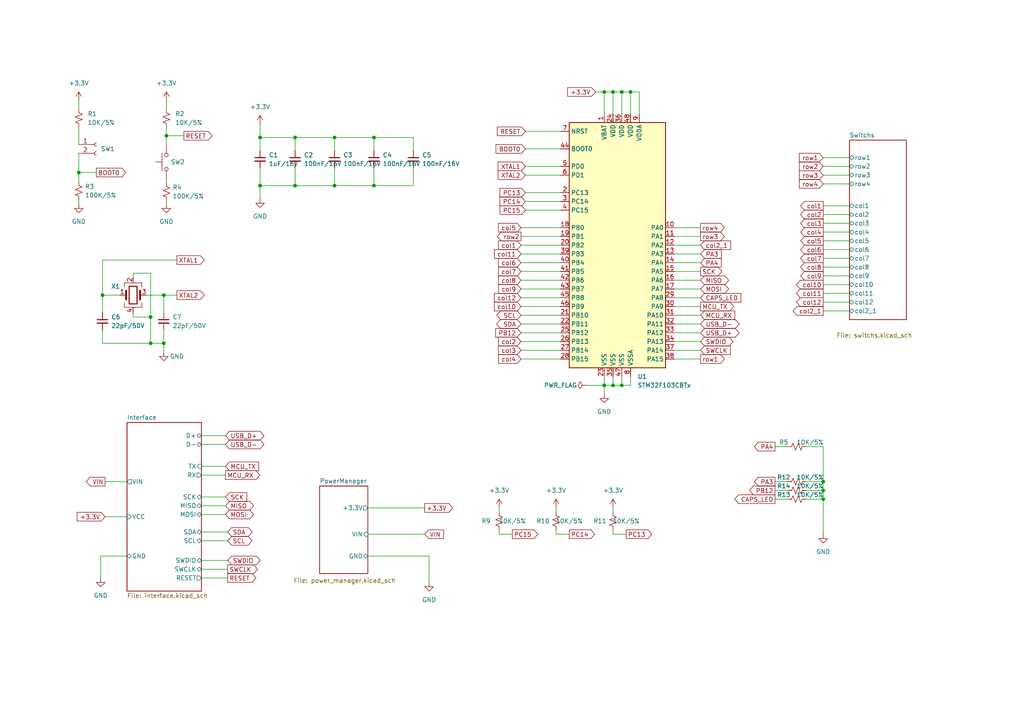
<source format=kicad_sch>
(kicad_sch (version 20230121) (generator eeschema)
  (paper "A4")
  (lib_symbols
    (symbol "Connector:Conn_01x02_Female" (pin_names (offset 1.016) hide)
      (property "Reference" "J" (at 0 2.54 0))
      (property "Value" "Conn_01x02_Female" (at 0 -5.08 0))
      (symbol "Conn_01x02_Female_1_1"
        (arc (start 0 -2.032) (mid -0.5058 -2.54) (end 0 -3.048) (stroke (width 0.1524)))
        (polyline (pts (xy -1.27 -2.54) (xy -0.508 -2.54)) (stroke (width 0.1524)))
        (polyline (pts (xy -1.27 0) (xy -0.508 0)) (stroke (width 0.1524)))
        (arc (start 0 0.508) (mid -0.5058 0) (end 0 -0.508) (stroke (width 0.1524)))
        (pin passive line (at -5.08 0 0) (length 3.81) (name "Pin_1") (number "1"))
        (pin passive line (at -5.08 -2.54 0) (length 3.81) (name "Pin_2") (number "2"))
      )
    )
    (symbol "Device:C_Small" (pin_numbers hide) (pin_names (offset 0.254) hide)
      (property "Reference" "C" (at 0.254 1.778 0))
      (property "Value" "C_Small" (at 0.254 -2.032 0))
      (symbol "C_Small_0_1"
        (polyline (pts (xy -1.524 -0.508) (xy 1.524 -0.508)) (stroke (width 0.3302)))
        (polyline (pts (xy -1.524 0.508) (xy 1.524 0.508)) (stroke (width 0.3048)))
      )
      (symbol "C_Small_1_1"
        (pin passive line (at 0 2.54 270) (length 2.032) (name "~") (number "1"))
        (pin passive line (at 0 -2.54 90) (length 2.032) (name "~") (number "2"))
      )
    )
    (symbol "Device:Crystal_GND24" (pin_names (offset 1.016) hide)
      (property "Reference" "Y" (at 3.175 5.08 0))
      (property "Value" "Crystal_GND24" (at 3.175 3.175 0))
      (symbol "Crystal_GND24_0_1"
        (rectangle (start -1.143 2.54) (end 1.143 -2.54) (stroke (width 0.3048)))
        (polyline (pts (xy -2.54 0) (xy -2.032 0)))
        (polyline (pts (xy -2.032 -1.27) (xy -2.032 1.27)) (stroke (width 0.508)))
        (polyline (pts (xy 0 -3.81) (xy 0 -3.556)))
        (polyline (pts (xy 0 3.556) (xy 0 3.81)))
        (polyline (pts (xy 2.032 -1.27) (xy 2.032 1.27)) (stroke (width 0.508)))
        (polyline (pts (xy 2.032 0) (xy 2.54 0)))
        (polyline (pts (xy -2.54 -2.286) (xy -2.54 -3.556) (xy 2.54 -3.556) (xy 2.54 -2.286)))
        (polyline (pts (xy -2.54 2.286) (xy -2.54 3.556) (xy 2.54 3.556) (xy 2.54 2.286)))
      )
      (symbol "Crystal_GND24_1_1"
        (pin passive line (at -3.81 0 0) (length 1.27) (name "1") (number "1"))
        (pin passive line (at 0 5.08 270) (length 1.27) (name "2") (number "2"))
        (pin passive line (at 3.81 0 180) (length 1.27) (name "3") (number "3"))
        (pin passive line (at 0 -5.08 90) (length 1.27) (name "4") (number "4"))
      )
    )
    (symbol "Device:R_Small_US" (pin_numbers hide) (pin_names (offset 0.254) hide)
      (property "Reference" "R" (at 0.762 0.508 0))
      (property "Value" "R_Small_US" (at 0.762 -1.016 0))
      (symbol "R_Small_US_1_1"
        (polyline (pts (xy 0 0) (xy 1.016 -0.381) (xy 0 -0.762) (xy -1.016 -1.143) (xy 0 -1.524)))
        (polyline (pts (xy 0 1.524) (xy 1.016 1.143) (xy 0 0.762) (xy -1.016 0.381) (xy 0 0)))
        (pin passive line (at 0 2.54 270) (length 1.016) (name "~") (number "1"))
        (pin passive line (at 0 -2.54 90) (length 1.016) (name "~") (number "2"))
      )
    )
    (symbol "MCU_ST_STM32F1:STM32F103CBTx"
      (property "Reference" "U" (at -15.24 36.83 0))
      (property "Value" "STM32F103CBTx" (at 7.62 36.83 0))
      (symbol "STM32F103CBTx_0_1"
        (rectangle (start -15.24 -35.56) (end 12.7 35.56) (stroke (width 0.254)) (fill (type background)))
      )
      (symbol "STM32F103CBTx_1_1"
        (pin power_in line (at -5.08 38.1 270) (length 2.54) (name "VBAT") (number "1"))
        (pin bidirectional line (at 15.24 5.08 180) (length 2.54) (name "PA0") (number "10"))
        (pin bidirectional line (at 15.24 2.54 180) (length 2.54) (name "PA1") (number "11"))
        (pin bidirectional line (at 15.24 0 180) (length 2.54) (name "PA2") (number "12"))
        (pin bidirectional line (at 15.24 -2.54 180) (length 2.54) (name "PA3") (number "13"))
        (pin bidirectional line (at 15.24 -5.08 180) (length 2.54) (name "PA4") (number "14"))
        (pin bidirectional line (at 15.24 -7.62 180) (length 2.54) (name "PA5") (number "15"))
        (pin bidirectional line (at 15.24 -10.16 180) (length 2.54) (name "PA6") (number "16"))
        (pin bidirectional line (at 15.24 -12.7 180) (length 2.54) (name "PA7") (number "17"))
        (pin bidirectional line (at -17.78 5.08 0) (length 2.54) (name "PB0") (number "18"))
        (pin bidirectional line (at -17.78 2.54 0) (length 2.54) (name "PB1") (number "19"))
        (pin bidirectional line (at -17.78 15.24 0) (length 2.54) (name "PC13") (number "2"))
        (pin bidirectional line (at -17.78 0 0) (length 2.54) (name "PB2") (number "20"))
        (pin bidirectional line (at -17.78 -20.32 0) (length 2.54) (name "PB10") (number "21"))
        (pin bidirectional line (at -17.78 -22.86 0) (length 2.54) (name "PB11") (number "22"))
        (pin power_in line (at -5.08 -38.1 90) (length 2.54) (name "VSS") (number "23"))
        (pin power_in line (at -2.54 38.1 270) (length 2.54) (name "VDD") (number "24"))
        (pin bidirectional line (at -17.78 -25.4 0) (length 2.54) (name "PB12") (number "25"))
        (pin bidirectional line (at -17.78 -27.94 0) (length 2.54) (name "PB13") (number "26"))
        (pin bidirectional line (at -17.78 -30.48 0) (length 2.54) (name "PB14") (number "27"))
        (pin bidirectional line (at -17.78 -33.02 0) (length 2.54) (name "PB15") (number "28"))
        (pin bidirectional line (at 15.24 -15.24 180) (length 2.54) (name "PA8") (number "29"))
        (pin bidirectional line (at -17.78 12.7 0) (length 2.54) (name "PC14") (number "3"))
        (pin bidirectional line (at 15.24 -17.78 180) (length 2.54) (name "PA9") (number "30"))
        (pin bidirectional line (at 15.24 -20.32 180) (length 2.54) (name "PA10") (number "31"))
        (pin bidirectional line (at 15.24 -22.86 180) (length 2.54) (name "PA11") (number "32"))
        (pin bidirectional line (at 15.24 -25.4 180) (length 2.54) (name "PA12") (number "33"))
        (pin bidirectional line (at 15.24 -27.94 180) (length 2.54) (name "PA13") (number "34"))
        (pin power_in line (at -2.54 -38.1 90) (length 2.54) (name "VSS") (number "35"))
        (pin power_in line (at 0 38.1 270) (length 2.54) (name "VDD") (number "36"))
        (pin bidirectional line (at 15.24 -30.48 180) (length 2.54) (name "PA14") (number "37"))
        (pin bidirectional line (at 15.24 -33.02 180) (length 2.54) (name "PA15") (number "38"))
        (pin bidirectional line (at -17.78 -2.54 0) (length 2.54) (name "PB3") (number "39"))
        (pin bidirectional line (at -17.78 10.16 0) (length 2.54) (name "PC15") (number "4"))
        (pin bidirectional line (at -17.78 -5.08 0) (length 2.54) (name "PB4") (number "40"))
        (pin bidirectional line (at -17.78 -7.62 0) (length 2.54) (name "PB5") (number "41"))
        (pin bidirectional line (at -17.78 -10.16 0) (length 2.54) (name "PB6") (number "42"))
        (pin bidirectional line (at -17.78 -12.7 0) (length 2.54) (name "PB7") (number "43"))
        (pin input line (at -17.78 27.94 0) (length 2.54) (name "BOOT0") (number "44"))
        (pin bidirectional line (at -17.78 -15.24 0) (length 2.54) (name "PB8") (number "45"))
        (pin bidirectional line (at -17.78 -17.78 0) (length 2.54) (name "PB9") (number "46"))
        (pin power_in line (at 0 -38.1 90) (length 2.54) (name "VSS") (number "47"))
        (pin power_in line (at 2.54 38.1 270) (length 2.54) (name "VDD") (number "48"))
        (pin input line (at -17.78 22.86 0) (length 2.54) (name "PD0") (number "5"))
        (pin input line (at -17.78 20.32 0) (length 2.54) (name "PD1") (number "6"))
        (pin input line (at -17.78 33.02 0) (length 2.54) (name "NRST") (number "7"))
        (pin power_in line (at 2.54 -38.1 90) (length 2.54) (name "VSSA") (number "8"))
        (pin power_in line (at 5.08 38.1 270) (length 2.54) (name "VDDA") (number "9"))
      )
    )
    (symbol "Switch:SW_Push" (pin_numbers hide) (pin_names (offset 1.016) hide)
      (property "Reference" "SW" (at 1.27 2.54 0))
      (property "Value" "SW_Push" (at 0 -1.524 0))
      (symbol "SW_Push_0_1"
        (circle (center -2.032 0) (radius 0.508))
        (polyline (pts (xy 0 1.27) (xy 0 3.048)))
        (polyline (pts (xy 2.54 1.27) (xy -2.54 1.27)))
        (circle (center 2.032 0) (radius 0.508))
        (pin passive line (at -5.08 0 0) (length 2.54) (name "1") (number "1"))
        (pin passive line (at 5.08 0 180) (length 2.54) (name "2") (number "2"))
      )
    )
    (symbol "power:+3.3V" (power) (pin_names (offset 0))
      (property "Value" "+3.3V" (at 0 3.556 0))
      (symbol "+3.3V_0_1"
        (polyline (pts (xy -0.762 1.27) (xy 0 2.54)))
        (polyline (pts (xy 0 0) (xy 0 2.54)))
        (polyline (pts (xy 0 2.54) (xy 0.762 1.27)))
      )
      (symbol "+3.3V_1_1"
        (pin power_in line (at 0 0 90) (length 0) hide (name "+3.3V") (number "1"))
      )
    )
    (symbol "power:GND" (power) (pin_names (offset 0))
      (property "Value" "GND" (at 0 -3.81 0))
      (symbol "GND_0_1"
        (polyline (pts (xy 0 0) (xy 0 -1.27) (xy 1.27 -1.27) (xy 0 -2.54) (xy -1.27 -1.27) (xy 0 -1.27)))
      )
      (symbol "GND_1_1"
        (pin power_in line (at 0 0 270) (length 0) hide (name "GND") (number "1"))
      )
    )
    (symbol "power:PWR_FLAG" (power) (pin_numbers hide) (pin_names (offset 0) hide)
      (property "Value" "PWR_FLAG" (at 0 3.81 0))
      (symbol "PWR_FLAG_0_0"
        (pin power_out line (at 0 0 90) (length 0) (name "pwr") (number "1"))
      )
      (symbol "PWR_FLAG_0_1"
        (polyline (pts (xy 0 0) (xy 0 1.27) (xy -1.016 1.905) (xy 0 2.54) (xy 1.016 1.905) (xy 0 1.27)))
      )
    )
  )
  (junction (at 75.438 53.848))
  (junction (at 97.028 53.848))
  (junction (at 48.26 39.37))
  (junction (at 97.028 39.878))
  (junction (at 238.76 142.24))
  (junction (at 29.718 85.598))
  (junction (at 85.598 39.878))
  (junction (at 177.8 26.67))
  (junction (at 238.76 144.78))
  (junction (at 85.598 53.848))
  (junction (at 75.438 39.878))
  (junction (at 47.498 99.568))
  (junction (at 43.688 99.568))
  (junction (at 238.76 139.7))
  (junction (at 43.688 91.948))
  (junction (at 180.34 26.67))
  (junction (at 108.458 39.878))
  (junction (at 180.34 111.76))
  (junction (at 182.88 26.67))
  (junction (at 22.86 50.038))
  (junction (at 175.26 111.76))
  (junction (at 177.8 111.76))
  (junction (at 47.498 85.598))
  (junction (at 175.26 26.67))
  (junction (at 108.458 53.848))
  (wire (pts (xy 58.42 167.64) (xy 66.04 167.64)))
  (wire (pts (xy 144.78 154.94) (xy 148.59 154.94)))
  (wire (pts (xy 85.598 53.848) (xy 75.438 53.848)))
  (wire (pts (xy 224.79 144.78) (xy 228.6 144.78)))
  (wire (pts (xy 42.418 85.598) (xy 47.498 85.598)))
  (wire (pts (xy 151.13 71.12) (xy 162.56 71.12)))
  (wire (pts (xy 108.458 53.848) (xy 97.028 53.848)))
  (wire (pts (xy 85.598 48.768) (xy 85.598 53.848)))
  (wire (pts (xy 29.718 75.438) (xy 29.718 85.598)))
  (wire (pts (xy 238.76 50.8) (xy 246.38 50.8)))
  (wire (pts (xy 144.78 153.67) (xy 144.78 154.94)))
  (wire (pts (xy 85.598 39.878) (xy 97.028 39.878)))
  (wire (pts (xy 161.29 147.32) (xy 161.29 148.59)))
  (wire (pts (xy 177.8 26.67) (xy 177.8 33.02)))
  (wire (pts (xy 233.68 129.54) (xy 238.76 129.54)))
  (wire (pts (xy 177.8 109.22) (xy 177.8 111.76)))
  (wire (pts (xy 224.79 139.7) (xy 228.6 139.7)))
  (wire (pts (xy 151.13 68.58) (xy 162.56 68.58)))
  (wire (pts (xy 58.42 128.905) (xy 65.405 128.905)))
  (wire (pts (xy 182.88 109.22) (xy 182.88 111.76)))
  (wire (pts (xy 151.13 104.14) (xy 162.56 104.14)))
  (wire (pts (xy 238.76 59.69) (xy 246.38 59.69)))
  (wire (pts (xy 151.13 81.28) (xy 162.56 81.28)))
  (wire (pts (xy 22.86 36.83) (xy 22.86 41.91)))
  (wire (pts (xy 152.4 48.26) (xy 162.56 48.26)))
  (wire (pts (xy 58.42 144.145) (xy 65.405 144.145)))
  (wire (pts (xy 195.58 68.58) (xy 203.2 68.58)))
  (wire (pts (xy 233.68 144.78) (xy 238.76 144.78)))
  (wire (pts (xy 195.58 83.82) (xy 203.2 83.82)))
  (wire (pts (xy 175.26 33.02) (xy 175.26 26.67)))
  (wire (pts (xy 233.68 142.24) (xy 238.76 142.24)))
  (wire (pts (xy 195.58 101.6) (xy 203.2 101.6)))
  (wire (pts (xy 58.42 137.795) (xy 65.405 137.795)))
  (wire (pts (xy 238.76 67.31) (xy 246.38 67.31)))
  (wire (pts (xy 58.42 162.56) (xy 66.04 162.56)))
  (wire (pts (xy 119.888 48.768) (xy 119.888 53.848)))
  (wire (pts (xy 224.79 142.24) (xy 228.6 142.24)))
  (wire (pts (xy 238.76 69.85) (xy 246.38 69.85)))
  (wire (pts (xy 238.76 48.26) (xy 246.38 48.26)))
  (wire (pts (xy 151.13 86.36) (xy 162.56 86.36)))
  (wire (pts (xy 238.76 90.17) (xy 246.38 90.17)))
  (wire (pts (xy 195.58 71.12) (xy 203.2 71.12)))
  (wire (pts (xy 238.76 77.47) (xy 246.38 77.47)))
  (wire (pts (xy 38.608 91.948) (xy 43.688 91.948)))
  (wire (pts (xy 151.13 101.6) (xy 162.56 101.6)))
  (wire (pts (xy 177.8 154.94) (xy 181.61 154.94)))
  (wire (pts (xy 75.438 39.878) (xy 85.598 39.878)))
  (wire (pts (xy 48.26 39.37) (xy 53.34 39.37)))
  (wire (pts (xy 177.8 111.76) (xy 180.34 111.76)))
  (wire (pts (xy 36.83 161.29) (xy 29.21 161.29)))
  (wire (pts (xy 224.79 129.54) (xy 228.6 129.54)))
  (wire (pts (xy 97.028 48.768) (xy 97.028 53.848)))
  (wire (pts (xy 195.58 99.06) (xy 203.2 99.06)))
  (wire (pts (xy 238.76 72.39) (xy 246.38 72.39)))
  (wire (pts (xy 161.29 153.67) (xy 161.29 154.94)))
  (wire (pts (xy 195.58 86.36) (xy 203.2 86.36)))
  (wire (pts (xy 152.4 43.18) (xy 162.56 43.18)))
  (wire (pts (xy 238.76 62.23) (xy 246.38 62.23)))
  (wire (pts (xy 151.13 99.06) (xy 162.56 99.06)))
  (wire (pts (xy 238.76 144.78) (xy 238.76 154.94)))
  (wire (pts (xy 161.29 154.94) (xy 165.1 154.94)))
  (wire (pts (xy 151.13 78.74) (xy 162.56 78.74)))
  (wire (pts (xy 75.438 53.848) (xy 75.438 57.658)))
  (wire (pts (xy 58.42 149.225) (xy 65.405 149.225)))
  (wire (pts (xy 195.58 73.66) (xy 203.2 73.66)))
  (wire (pts (xy 151.13 88.9) (xy 162.56 88.9)))
  (wire (pts (xy 195.58 88.9) (xy 203.2 88.9)))
  (wire (pts (xy 97.028 53.848) (xy 85.598 53.848)))
  (wire (pts (xy 106.68 154.94) (xy 123.19 154.94)))
  (wire (pts (xy 22.86 44.45) (xy 22.86 50.038)))
  (wire (pts (xy 108.458 39.878) (xy 119.888 39.878)))
  (wire (pts (xy 152.4 60.96) (xy 162.56 60.96)))
  (wire (pts (xy 195.58 66.04) (xy 203.2 66.04)))
  (wire (pts (xy 152.4 38.1) (xy 162.56 38.1)))
  (wire (pts (xy 238.76 142.24) (xy 238.76 144.78)))
  (wire (pts (xy 38.608 91.948) (xy 38.608 90.678)))
  (wire (pts (xy 185.42 26.67) (xy 185.42 33.02)))
  (wire (pts (xy 238.76 129.54) (xy 238.76 139.7)))
  (wire (pts (xy 58.42 146.685) (xy 65.405 146.685)))
  (wire (pts (xy 108.458 48.768) (xy 108.458 53.848)))
  (wire (pts (xy 238.76 139.7) (xy 238.76 142.24)))
  (wire (pts (xy 106.68 161.29) (xy 124.46 161.29)))
  (wire (pts (xy 29.718 99.568) (xy 43.688 99.568)))
  (wire (pts (xy 195.58 76.2) (xy 203.2 76.2)))
  (wire (pts (xy 152.4 55.88) (xy 162.56 55.88)))
  (wire (pts (xy 172.72 26.67) (xy 175.26 26.67)))
  (wire (pts (xy 48.26 52.07) (xy 48.26 53.086)))
  (wire (pts (xy 182.88 26.67) (xy 182.88 33.02)))
  (wire (pts (xy 48.26 39.37) (xy 48.26 41.91)))
  (wire (pts (xy 124.46 161.29) (xy 124.46 168.91)))
  (wire (pts (xy 29.718 95.758) (xy 29.718 99.568)))
  (wire (pts (xy 151.13 96.52) (xy 162.56 96.52)))
  (wire (pts (xy 152.4 50.8) (xy 162.56 50.8)))
  (wire (pts (xy 47.498 95.758) (xy 47.498 99.568)))
  (wire (pts (xy 195.58 91.44) (xy 203.2 91.44)))
  (wire (pts (xy 144.78 147.32) (xy 144.78 148.59)))
  (wire (pts (xy 195.58 104.14) (xy 203.2 104.14)))
  (wire (pts (xy 151.13 83.82) (xy 162.56 83.82)))
  (wire (pts (xy 22.86 50.038) (xy 22.86 52.832)))
  (wire (pts (xy 22.86 29.21) (xy 22.86 31.75)))
  (wire (pts (xy 75.438 39.878) (xy 75.438 43.688)))
  (wire (pts (xy 119.888 53.848) (xy 108.458 53.848)))
  (wire (pts (xy 152.4 58.42) (xy 162.56 58.42)))
  (wire (pts (xy 48.26 29.21) (xy 48.26 31.75)))
  (wire (pts (xy 75.438 36.068) (xy 75.438 39.878)))
  (wire (pts (xy 177.8 147.32) (xy 177.8 148.59)))
  (wire (pts (xy 151.13 73.66) (xy 162.56 73.66)))
  (wire (pts (xy 195.58 93.98) (xy 203.2 93.98)))
  (wire (pts (xy 97.028 39.878) (xy 97.028 43.688)))
  (wire (pts (xy 58.42 126.365) (xy 65.405 126.365)))
  (wire (pts (xy 51.308 75.438) (xy 29.718 75.438)))
  (wire (pts (xy 30.48 139.7) (xy 36.83 139.7)))
  (wire (pts (xy 47.498 85.598) (xy 47.498 90.678)))
  (wire (pts (xy 151.13 91.44) (xy 162.56 91.44)))
  (wire (pts (xy 22.86 57.912) (xy 22.86 59.182)))
  (wire (pts (xy 238.76 82.55) (xy 246.38 82.55)))
  (wire (pts (xy 175.26 26.67) (xy 177.8 26.67)))
  (wire (pts (xy 170.18 111.76) (xy 175.26 111.76)))
  (wire (pts (xy 85.598 39.878) (xy 85.598 43.688)))
  (wire (pts (xy 106.68 147.32) (xy 123.19 147.32)))
  (wire (pts (xy 175.26 111.76) (xy 175.26 114.3)))
  (wire (pts (xy 195.58 81.28) (xy 203.2 81.28)))
  (wire (pts (xy 238.76 53.34) (xy 246.38 53.34)))
  (wire (pts (xy 175.26 109.22) (xy 175.26 111.76)))
  (wire (pts (xy 238.76 74.93) (xy 246.38 74.93)))
  (wire (pts (xy 75.438 48.768) (xy 75.438 53.848)))
  (wire (pts (xy 238.76 85.09) (xy 246.38 85.09)))
  (wire (pts (xy 238.76 45.72) (xy 246.38 45.72)))
  (wire (pts (xy 58.42 154.305) (xy 66.04 154.305)))
  (wire (pts (xy 195.58 96.52) (xy 203.2 96.52)))
  (wire (pts (xy 151.13 76.2) (xy 162.56 76.2)))
  (wire (pts (xy 43.688 99.568) (xy 47.498 99.568)))
  (wire (pts (xy 43.688 91.948) (xy 43.688 99.568)))
  (wire (pts (xy 119.888 39.878) (xy 119.888 43.688)))
  (wire (pts (xy 30.48 149.86) (xy 36.83 149.86)))
  (wire (pts (xy 58.42 156.845) (xy 66.04 156.845)))
  (wire (pts (xy 182.88 26.67) (xy 185.42 26.67)))
  (wire (pts (xy 180.34 26.67) (xy 182.88 26.67)))
  (wire (pts (xy 97.028 39.878) (xy 108.458 39.878)))
  (wire (pts (xy 238.76 64.77) (xy 246.38 64.77)))
  (wire (pts (xy 38.608 79.248) (xy 43.688 79.248)))
  (wire (pts (xy 238.76 87.63) (xy 246.38 87.63)))
  (wire (pts (xy 47.498 99.568) (xy 47.498 102.108)))
  (wire (pts (xy 151.13 93.98) (xy 162.56 93.98)))
  (wire (pts (xy 180.34 109.22) (xy 180.34 111.76)))
  (wire (pts (xy 238.76 80.01) (xy 246.38 80.01)))
  (wire (pts (xy 48.26 36.83) (xy 48.26 39.37)))
  (wire (pts (xy 180.34 26.67) (xy 180.34 33.02)))
  (wire (pts (xy 58.42 165.1) (xy 66.04 165.1)))
  (wire (pts (xy 195.58 78.74) (xy 203.2 78.74)))
  (wire (pts (xy 29.21 161.29) (xy 29.21 167.64)))
  (wire (pts (xy 177.8 26.67) (xy 180.34 26.67)))
  (wire (pts (xy 58.42 135.255) (xy 65.405 135.255)))
  (wire (pts (xy 48.26 58.166) (xy 48.26 59.182)))
  (wire (pts (xy 151.13 66.04) (xy 162.56 66.04)))
  (wire (pts (xy 47.498 85.598) (xy 51.308 85.598)))
  (wire (pts (xy 177.8 153.67) (xy 177.8 154.94)))
  (wire (pts (xy 22.86 50.038) (xy 27.94 50.038)))
  (wire (pts (xy 177.8 111.76) (xy 175.26 111.76)))
  (wire (pts (xy 108.458 39.878) (xy 108.458 43.688)))
  (wire (pts (xy 38.608 80.518) (xy 38.608 79.248)))
  (wire (pts (xy 43.688 79.248) (xy 43.688 91.948)))
  (wire (pts (xy 34.798 85.598) (xy 29.718 85.598)))
  (wire (pts (xy 233.68 139.7) (xy 238.76 139.7)))
  (wire (pts (xy 180.34 111.76) (xy 182.88 111.76)))
  (wire (pts (xy 29.718 85.598) (xy 29.718 90.678)))
  (global_label "PB12" (shape input) (at 151.13 96.52 180) (property "Intersheetrefs" "${INTERSHEET_REFS}" (effects hide)) (property "插入圖紙頁參考" "${INTERSHEET_REFS}" (effects hide)))
  (global_label "col6" (shape output) (at 238.76 72.39 180) (property "Intersheetrefs" "${INTERSHEET_REFS}" (effects hide)) (property "插入圖紙頁參考" "${INTERSHEET_REFS}" (effects hide)))
  (global_label "col3" (shape input) (at 151.13 101.6 180) (property "Intersheetrefs" "${INTERSHEET_REFS}" (effects hide)) (property "插入圖紙頁參考" "${INTERSHEET_REFS}" (effects hide)))
  (global_label "col9" (shape input) (at 151.13 83.82 180) (property "Intersheetrefs" "${INTERSHEET_REFS}" (effects hide)) (property "插入圖紙頁參考" "${INTERSHEET_REFS}" (effects hide)))
  (global_label "col4" (shape input) (at 151.13 104.14 180) (property "Intersheetrefs" "${INTERSHEET_REFS}" (effects hide)) (property "插入圖紙頁參考" "${INTERSHEET_REFS}" (effects hide)))
  (global_label "col8" (shape input) (at 151.13 81.28 180) (property "Intersheetrefs" "${INTERSHEET_REFS}" (effects hide)) (property "插入圖紙頁參考" "${INTERSHEET_REFS}" (effects hide)))
  (global_label "col2_1" (shape output) (at 238.76 90.17 180) (property "Intersheetrefs" "${INTERSHEET_REFS}" (effects hide)) (property "插入圖紙頁參考" "${INTERSHEET_REFS}" (effects hide)))
  (global_label "RESET" (shape input) (at 152.4 38.1 180) (property "Intersheetrefs" "${INTERSHEET_REFS}" (effects hide)) (property "插入圖紙頁參考" "${INTERSHEET_REFS}" (effects hide)))
  (global_label "col1" (shape input) (at 151.13 71.12 180) (property "Intersheetrefs" "${INTERSHEET_REFS}" (effects hide)) (property "插入圖紙頁參考" "${INTERSHEET_REFS}" (effects hide)))
  (global_label "row3" (shape output) (at 203.2 68.58 0) (property "Intersheetrefs" "${INTERSHEET_REFS}" (effects hide)) (property "插入圖紙頁參考" "${INTERSHEET_REFS}" (effects hide)))
  (global_label "col9" (shape output) (at 238.76 80.01 180) (property "Intersheetrefs" "${INTERSHEET_REFS}" (effects hide)) (property "插入圖紙頁參考" "${INTERSHEET_REFS}" (effects hide)))
  (global_label "USB_D-" (shape bidirectional) (at 65.405 128.905 0) (property "Intersheetrefs" "${INTERSHEET_REFS}" (effects hide)) (property "插入圖紙頁參考" "${INTERSHEET_REFS}" (effects hide)))
  (global_label "col2" (shape input) (at 151.13 99.06 180) (property "Intersheetrefs" "${INTERSHEET_REFS}" (effects hide)) (property "插入圖紙頁參考" "${INTERSHEET_REFS}" (effects hide)))
  (global_label "+3.3V" (shape input) (at 172.72 26.67 180) (property "Intersheetrefs" "${INTERSHEET_REFS}" (effects hide)) (property "插入圖紙頁參考" "${INTERSHEET_REFS}" (effects hide)))
  (global_label "+3.3V" (shape input) (at 30.48 149.86 180) (property "Intersheetrefs" "${INTERSHEET_REFS}" (effects hide)) (property "插入圖紙頁參考" "${INTERSHEET_REFS}" (effects hide)))
  (global_label "SDA" (shape bidirectional) (at 151.13 93.98 180) (property "Intersheetrefs" "${INTERSHEET_REFS}" (effects hide)) (property "插入圖紙頁參考" "${INTERSHEET_REFS}" (effects hide)))
  (global_label "XTAL1" (shape output) (at 51.308 75.438 0) (property "Intersheetrefs" "${INTERSHEET_REFS}" (effects hide)) (property "插入圖紙頁參考" "${INTERSHEET_REFS}" (effects hide)))
  (global_label "col12" (shape input) (at 151.13 86.36 180) (property "Intersheetrefs" "${INTERSHEET_REFS}" (effects hide)) (property "插入圖紙頁參考" "${INTERSHEET_REFS}" (effects hide)))
  (global_label "CAPS_LED" (shape output) (at 224.79 144.78 180) (property "Intersheetrefs" "${INTERSHEET_REFS}" (effects hide)) (property "插入圖紙頁參考" "${INTERSHEET_REFS}" (effects hide)))
  (global_label "row2" (shape input) (at 238.76 48.26 180) (property "Intersheetrefs" "${INTERSHEET_REFS}" (effects hide)) (property "插入圖紙頁參考" "${INTERSHEET_REFS}" (effects hide)))
  (global_label "XTAL2" (shape input) (at 152.4 50.8 180) (property "Intersheetrefs" "${INTERSHEET_REFS}" (effects hide)) (property "插入圖紙頁參考" "${INTERSHEET_REFS}" (effects hide)))
  (global_label "MCU_RX" (shape input) (at 203.2 91.44 0) (property "Intersheetrefs" "${INTERSHEET_REFS}" (effects hide)) (property "插入圖紙頁參考" "${INTERSHEET_REFS}" (effects hide)))
  (global_label "PC15" (shape input) (at 152.4 60.96 180) (property "Intersheetrefs" "${INTERSHEET_REFS}" (effects hide)) (property "插入圖紙頁參考" "${INTERSHEET_REFS}" (effects hide)))
  (global_label "SCK" (shape input) (at 65.405 144.145 0) (property "Intersheetrefs" "${INTERSHEET_REFS}" (effects hide)) (property "插入圖紙頁參考" "${INTERSHEET_REFS}" (effects hide)))
  (global_label "col2" (shape output) (at 238.76 62.23 180) (property "Intersheetrefs" "${INTERSHEET_REFS}" (effects hide)) (property "插入圖紙頁參考" "${INTERSHEET_REFS}" (effects hide)))
  (global_label "SCL" (shape bidirectional) (at 151.13 91.44 180) (property "Intersheetrefs" "${INTERSHEET_REFS}" (effects hide)) (property "插入圖紙頁參考" "${INTERSHEET_REFS}" (effects hide)))
  (global_label "USB_D+" (shape bidirectional) (at 203.2 96.52 0) (property "Intersheetrefs" "${INTERSHEET_REFS}" (effects hide)) (property "插入圖紙頁參考" "${INTERSHEET_REFS}" (effects hide)))
  (global_label "CAPS_LED" (shape input) (at 203.2 86.36 0) (property "Intersheetrefs" "${INTERSHEET_REFS}" (effects hide)) (property "插入圖紙頁參考" "${INTERSHEET_REFS}" (effects hide)))
  (global_label "RESET" (shape output) (at 66.04 167.64 0) (property "Intersheetrefs" "${INTERSHEET_REFS}" (effects hide)) (property "插入圖紙頁參考" "${INTERSHEET_REFS}" (effects hide)))
  (global_label "SDA" (shape bidirectional) (at 66.04 154.305 0) (property "Intersheetrefs" "${INTERSHEET_REFS}" (effects hide)))
  (global_label "PA4" (shape output) (at 224.79 129.54 180) (property "Intersheetrefs" "${INTERSHEET_REFS}" (effects hide)) (property "插入圖紙頁參考" "${INTERSHEET_REFS}" (effects hide)))
  (global_label "MISO" (shape bidirectional) (at 203.2 81.28 0) (property "Intersheetrefs" "${INTERSHEET_REFS}" (effects hide)) (property "插入圖紙頁參考" "${INTERSHEET_REFS}" (effects hide)))
  (global_label "col7" (shape output) (at 238.76 74.93 180) (property "Intersheetrefs" "${INTERSHEET_REFS}" (effects hide)) (property "插入圖紙頁參考" "${INTERSHEET_REFS}" (effects hide)))
  (global_label "BOOT0" (shape input) (at 152.4 43.18 180) (property "Intersheetrefs" "${INTERSHEET_REFS}" (effects hide)) (property "插入圖紙頁參考" "${INTERSHEET_REFS}" (effects hide)))
  (global_label "col11" (shape input) (at 151.13 73.66 180) (property "Intersheetrefs" "${INTERSHEET_REFS}" (effects hide)) (property "插入圖紙頁參考" "${INTERSHEET_REFS}" (effects hide)))
  (global_label "USB_D-" (shape bidirectional) (at 203.2 93.98 0) (property "Intersheetrefs" "${INTERSHEET_REFS}" (effects hide)) (property "插入圖紙頁參考" "${INTERSHEET_REFS}" (effects hide)))
  (global_label "row4" (shape output) (at 203.2 66.04 0) (property "Intersheetrefs" "${INTERSHEET_REFS}" (effects hide)) (property "插入圖紙頁參考" "${INTERSHEET_REFS}" (effects hide)))
  (global_label "col11" (shape output) (at 238.76 85.09 180) (property "Intersheetrefs" "${INTERSHEET_REFS}" (effects hide)) (property "插入圖紙頁參考" "${INTERSHEET_REFS}" (effects hide)))
  (global_label "row4" (shape input) (at 238.76 53.34 180) (property "Intersheetrefs" "${INTERSHEET_REFS}" (effects hide)) (property "插入圖紙頁參考" "${INTERSHEET_REFS}" (effects hide)))
  (global_label "PC14" (shape input) (at 152.4 58.42 180) (property "Intersheetrefs" "${INTERSHEET_REFS}" (effects hide)) (property "插入圖紙頁參考" "${INTERSHEET_REFS}" (effects hide)))
  (global_label "PA3" (shape input) (at 203.2 73.66 0) (property "Intersheetrefs" "${INTERSHEET_REFS}" (effects hide)) (property "插入圖紙頁參考" "${INTERSHEET_REFS}" (effects hide)))
  (global_label "col5" (shape input) (at 151.13 66.04 180) (property "Intersheetrefs" "${INTERSHEET_REFS}" (effects hide)) (property "插入圖紙頁參考" "${INTERSHEET_REFS}" (effects hide)))
  (global_label "SWCLK" (shape output) (at 66.04 165.1 0) (property "Intersheetrefs" "${INTERSHEET_REFS}" (effects hide)) (property "插入圖紙頁參考" "${INTERSHEET_REFS}" (effects hide)))
  (global_label "col6" (shape input) (at 151.13 76.2 180) (property "Intersheetrefs" "${INTERSHEET_REFS}" (effects hide)) (property "插入圖紙頁參考" "${INTERSHEET_REFS}" (effects hide)))
  (global_label "row1" (shape output) (at 203.2 104.14 0) (property "Intersheetrefs" "${INTERSHEET_REFS}" (effects hide)) (property "插入圖紙頁參考" "${INTERSHEET_REFS}" (effects hide)))
  (global_label "RESET" (shape output) (at 53.34 39.37 0) (property "Intersheetrefs" "${INTERSHEET_REFS}" (effects hide)) (property "插入圖紙頁參考" "${INTERSHEET_REFS}" (effects hide)))
  (global_label "MISO" (shape bidirectional) (at 65.405 146.685 0) (property "Intersheetrefs" "${INTERSHEET_REFS}" (effects hide)) (property "插入圖紙頁參考" "${INTERSHEET_REFS}" (effects hide)))
  (global_label "col10" (shape input) (at 151.13 88.9 180) (property "Intersheetrefs" "${INTERSHEET_REFS}" (effects hide)) (property "插入圖紙頁參考" "${INTERSHEET_REFS}" (effects hide)))
  (global_label "BOOT0" (shape output) (at 27.94 50.038 0) (property "Intersheetrefs" "${INTERSHEET_REFS}" (effects hide)) (property "插入圖紙頁參考" "${INTERSHEET_REFS}" (effects hide)))
  (global_label "col7" (shape input) (at 151.13 78.74 180) (property "Intersheetrefs" "${INTERSHEET_REFS}" (effects hide)) (property "插入圖紙頁參考" "${INTERSHEET_REFS}" (effects hide)))
  (global_label "col3" (shape output) (at 238.76 64.77 180) (property "Intersheetrefs" "${INTERSHEET_REFS}" (effects hide)) (property "插入圖紙頁參考" "${INTERSHEET_REFS}" (effects hide)))
  (global_label "row1" (shape input) (at 238.76 45.72 180) (property "Intersheetrefs" "${INTERSHEET_REFS}" (effects hide)) (property "插入圖紙頁參考" "${INTERSHEET_REFS}" (effects hide)))
  (global_label "SWDIO" (shape bidirectional) (at 66.04 162.56 0) (property "Intersheetrefs" "${INTERSHEET_REFS}" (effects hide)) (property "插入圖紙頁參考" "${INTERSHEET_REFS}" (effects hide)))
  (global_label "col4" (shape output) (at 238.76 67.31 180) (property "Intersheetrefs" "${INTERSHEET_REFS}" (effects hide)) (property "插入圖紙頁參考" "${INTERSHEET_REFS}" (effects hide)))
  (global_label "col12" (shape output) (at 238.76 87.63 180) (property "Intersheetrefs" "${INTERSHEET_REFS}" (effects hide)) (property "插入圖紙頁參考" "${INTERSHEET_REFS}" (effects hide)))
  (global_label "PB12" (shape output) (at 224.79 142.24 180) (property "Intersheetrefs" "${INTERSHEET_REFS}" (effects hide)) (property "插入圖紙頁參考" "${INTERSHEET_REFS}" (effects hide)))
  (global_label "col5" (shape output) (at 238.76 69.85 180) (property "Intersheetrefs" "${INTERSHEET_REFS}" (effects hide)) (property "插入圖紙頁參考" "${INTERSHEET_REFS}" (effects hide)))
  (global_label "PC15" (shape output) (at 148.59 154.94 0) (property "Intersheetrefs" "${INTERSHEET_REFS}" (effects hide)) (property "插入圖紙頁參考" "${INTERSHEET_REFS}" (effects hide)))
  (global_label "PA3" (shape output) (at 224.79 139.7 180) (property "Intersheetrefs" "${INTERSHEET_REFS}" (effects hide)) (property "插入圖紙頁參考" "${INTERSHEET_REFS}" (effects hide)))
  (global_label "XTAL2" (shape output) (at 51.308 85.598 0) (property "Intersheetrefs" "${INTERSHEET_REFS}" (effects hide)) (property "插入圖紙頁參考" "${INTERSHEET_REFS}" (effects hide)))
  (global_label "col1" (shape output) (at 238.76 59.69 180) (property "Intersheetrefs" "${INTERSHEET_REFS}" (effects hide)) (property "插入圖紙頁參考" "${INTERSHEET_REFS}" (effects hide)))
  (global_label "PA4" (shape input) (at 203.2 76.2 0) (property "Intersheetrefs" "${INTERSHEET_REFS}" (effects hide)) (property "插入圖紙頁參考" "${INTERSHEET_REFS}" (effects hide)))
  (global_label "PC14" (shape output) (at 165.1 154.94 0) (property "Intersheetrefs" "${INTERSHEET_REFS}" (effects hide)) (property "插入圖紙頁參考" "${INTERSHEET_REFS}" (effects hide)))
  (global_label "SWCLK" (shape input) (at 203.2 101.6 0) (property "Intersheetrefs" "${INTERSHEET_REFS}" (effects hide)) (property "插入圖紙頁參考" "${INTERSHEET_REFS}" (effects hide)))
  (global_label "col10" (shape output) (at 238.76 82.55 180) (property "Intersheetrefs" "${INTERSHEET_REFS}" (effects hide)) (property "插入圖紙頁參考" "${INTERSHEET_REFS}" (effects hide)))
  (global_label "row2" (shape output) (at 151.13 68.58 180) (property "Intersheetrefs" "${INTERSHEET_REFS}" (effects hide)) (property "插入圖紙頁參考" "${INTERSHEET_REFS}" (effects hide)))
  (global_label "MOSI" (shape bidirectional) (at 65.405 149.225 0) (property "Intersheetrefs" "${INTERSHEET_REFS}" (effects hide)) (property "插入圖紙頁參考" "${INTERSHEET_REFS}" (effects hide)))
  (global_label "SWDIO" (shape bidirectional) (at 203.2 99.06 0) (property "Intersheetrefs" "${INTERSHEET_REFS}" (effects hide)) (property "插入圖紙頁參考" "${INTERSHEET_REFS}" (effects hide)))
  (global_label "XTAL1" (shape input) (at 152.4 48.26 180) (property "Intersheetrefs" "${INTERSHEET_REFS}" (effects hide)) (property "插入圖紙頁參考" "${INTERSHEET_REFS}" (effects hide)))
  (global_label "MCU_TX" (shape input) (at 65.405 135.255 0) (property "Intersheetrefs" "${INTERSHEET_REFS}" (effects hide)) (property "插入圖紙頁參考" "${INTERSHEET_REFS}" (effects hide)))
  (global_label "SCL" (shape bidirectional) (at 66.04 156.845 0) (property "Intersheetrefs" "${INTERSHEET_REFS}" (effects hide)))
  (global_label "MCU_RX" (shape output) (at 65.405 137.795 0) (property "Intersheetrefs" "${INTERSHEET_REFS}" (effects hide)) (property "插入圖紙頁參考" "${INTERSHEET_REFS}" (effects hide)))
  (global_label "SCK" (shape output) (at 203.2 78.74 0) (property "Intersheetrefs" "${INTERSHEET_REFS}" (effects hide)) (property "插入圖紙頁參考" "${INTERSHEET_REFS}" (effects hide)))
  (global_label "MCU_TX" (shape output) (at 203.2 88.9 0) (property "Intersheetrefs" "${INTERSHEET_REFS}" (effects hide)) (property "插入圖紙頁參考" "${INTERSHEET_REFS}" (effects hide)))
  (global_label "col2_1" (shape input) (at 203.2 71.12 0) (property "Intersheetrefs" "${INTERSHEET_REFS}" (effects hide)) (property "插入圖紙頁參考" "${INTERSHEET_REFS}" (effects hide)))
  (global_label "USB_D+" (shape bidirectional) (at 65.405 126.365 0) (property "Intersheetrefs" "${INTERSHEET_REFS}" (effects hide)) (property "插入圖紙頁參考" "${INTERSHEET_REFS}" (effects hide)))
  (global_label "MOSI" (shape bidirectional) (at 203.2 83.82 0) (property "Intersheetrefs" "${INTERSHEET_REFS}" (effects hide)) (property "插入圖紙頁參考" "${INTERSHEET_REFS}" (effects hide)))
  (global_label "+3.3V" (shape output) (at 123.19 147.32 0) (property "Intersheetrefs" "${INTERSHEET_REFS}" (effects hide)) (property "插入圖紙頁參考" "${INTERSHEET_REFS}" (effects hide)))
  (global_label "PC13" (shape input) (at 152.4 55.88 180) (property "Intersheetrefs" "${INTERSHEET_REFS}" (effects hide)) (property "插入圖紙頁參考" "${INTERSHEET_REFS}" (effects hide)))
  (global_label "VIN" (shape input) (at 123.19 154.94 0) (property "Intersheetrefs" "${INTERSHEET_REFS}" (effects hide)) (property "插入圖紙頁參考" "${INTERSHEET_REFS}" (effects hide)))
  (global_label "VIN" (shape output) (at 30.48 139.7 180) (property "Intersheetrefs" "${INTERSHEET_REFS}" (effects hide)) (property "插入圖紙頁參考" "${INTERSHEET_REFS}" (effects hide)))
  (global_label "row3" (shape input) (at 238.76 50.8 180) (property "Intersheetrefs" "${INTERSHEET_REFS}" (effects hide)) (property "插入圖紙頁參考" "${INTERSHEET_REFS}" (effects hide)))
  (global_label "col8" (shape output) (at 238.76 77.47 180) (property "Intersheetrefs" "${INTERSHEET_REFS}" (effects hide)) (property "插入圖紙頁參考" "${INTERSHEET_REFS}" (effects hide)))
  (global_label "PC13" (shape output) (at 181.61 154.94 0) (property "Intersheetrefs" "${INTERSHEET_REFS}" (effects hide)) (property "插入圖紙頁參考" "${INTERSHEET_REFS}" (effects hide)))
  (symbol (lib_id "Device:R_Small_US") (at 48.26 55.626 0) (unit 1)
    (property "Reference" "R4" (at 50.038 54.3559 0) (effects (justify left)))
    (property "Value" "100K/5%" (at 50.038 56.8959 0) (effects (justify left)))
    (property "Footprint" "Resistor_SMD:R_0603_1608Metric" (effects hide))
  )
  (symbol (lib_id "Device:C_Small") (at 97.028 46.228 0) (unit 1)
    (property "Reference" "C3" (at 99.568 44.9642 0) (effects (justify left)))
    (property "Value" "100nF/16V" (at 99.568 47.5042 0) (effects (justify left)))
    (property "Footprint" "Capacitor_SMD:C_0603_1608Metric" (effects hide))
  )
  (symbol (lib_id "Device:C_Small") (at 29.718 93.218 0) (unit 1)
    (property "Reference" "C6" (at 32.258 91.9542 0) (effects (justify left)))
    (property "Value" "22pF/50V" (at 32.258 94.4942 0) (effects (justify left)))
    (property "Footprint" "Capacitor_SMD:C_0603_1608Metric" (effects hide))
  )
  (symbol (lib_id "power:GND") (at 124.46 168.91 0) (unit 1)
    (property "Reference" "#PWR015" (effects hide))
    (property "Value" "GND" (at 124.46 173.99 0))
  )
  (symbol (lib_id "Device:R_Small_US") (at 231.14 129.54 270) (unit 1)
    (property "Reference" "R5" (at 227.33 128.27 90))
    (property "Value" "10K/5%" (at 234.95 128.27 90))
    (property "Footprint" "Resistor_SMD:R_0603_1608Metric" (effects hide))
  )
  (symbol (lib_id "Device:R_Small_US") (at 231.14 142.24 270) (unit 1)
    (property "Reference" "R14" (at 227.33 140.97 90))
    (property "Value" "10K/5%" (at 234.95 140.97 90))
    (property "Footprint" "Resistor_SMD:R_0603_1608Metric" (effects hide))
  )
  (symbol (lib_id "Device:R_Small_US") (at 144.78 151.13 0) (unit 1)
    (property "Reference" "R9" (at 140.97 151.13 0))
    (property "Value" "10K/5%" (at 148.59 151.13 0))
    (property "Footprint" "Resistor_SMD:R_0603_1608Metric" (effects hide))
  )
  (symbol (lib_id "power:+3.3V") (at 22.86 29.21 0) (unit 1)
    (property "Reference" "#PWR01" (effects hide))
    (property "Value" "+3.3V" (at 22.86 24.13 0))
  )
  (symbol (lib_id "power:+3.3V") (at 161.29 147.32 0) (unit 1)
    (property "Reference" "#PWR011" (effects hide))
    (property "Value" "+3.3V" (at 161.29 142.24 0))
  )
  (symbol (lib_id "Device:C_Small") (at 85.598 46.228 0) (unit 1)
    (property "Reference" "C2" (at 88.138 44.9642 0) (effects (justify left)))
    (property "Value" "100nF/16V" (at 88.138 47.5042 0) (effects (justify left)))
    (property "Footprint" "Capacitor_SMD:C_0603_1608Metric" (effects hide))
  )
  (symbol (lib_id "power:+3.3V") (at 177.8 147.32 0) (unit 1)
    (property "Reference" "#PWR012" (effects hide))
    (property "Value" "+3.3V" (at 177.8 142.24 0))
  )
  (symbol (lib_id "Device:R_Small_US") (at 22.86 55.372 0) (unit 1)
    (property "Reference" "R3" (at 24.638 54.1019 0) (effects (justify left)))
    (property "Value" "100K/5%" (at 24.638 56.6419 0) (effects (justify left)))
    (property "Footprint" "Resistor_SMD:R_0603_1608Metric" (effects hide))
  )
  (symbol (lib_id "Device:R_Small_US") (at 231.14 144.78 270) (unit 1)
    (property "Reference" "R13" (at 227.33 143.51 90))
    (property "Value" "10K/5%" (at 234.95 143.51 90))
    (property "Footprint" "Resistor_SMD:R_0603_1608Metric" (effects hide))
  )
  (symbol (lib_id "power:GND") (at 47.498 102.108 0) (unit 1)
    (property "Reference" "#PWR07" (effects hide))
    (property "Value" "GND" (at 51.308 103.378 0))
  )
  (symbol (lib_id "Device:R_Small_US") (at 177.8 151.13 0) (unit 1)
    (property "Reference" "R11" (at 173.99 151.13 0))
    (property "Value" "10K/5%" (at 181.61 151.13 0))
    (property "Footprint" "Resistor_SMD:R_0603_1608Metric" (effects hide))
  )
  (symbol (lib_id "power:GND") (at 175.26 114.3 0) (unit 1)
    (property "Reference" "#PWR08" (effects hide))
    (property "Value" "GND" (at 175.26 119.38 0))
  )
  (symbol (lib_id "power:GND") (at 22.86 59.182 0) (unit 1)
    (property "Reference" "#PWR05" (effects hide))
    (property "Value" "GND" (at 22.86 64.262 0))
  )
  (symbol (lib_id "MCU_ST_STM32F1:STM32F103CBTx") (at 180.34 71.12 0) (unit 1)
    (property "Reference" "U1" (at 184.8994 109.22 0) (effects (justify left)))
    (property "Value" "STM32F103CBTx" (at 184.8994 111.76 0) (effects (justify left)))
    (property "Footprint" "Package_QFP:LQFP-48_7x7mm_P0.5mm" (effects hide))
    (property "Datasheet" "http://www.st.com/st-web-ui/static/active/en/resource/technical/document/datasheet/CD00161566.pdf" (effects hide))
  )
  (symbol (lib_id "Device:R_Small_US") (at 48.26 34.29 0) (unit 1)
    (property "Reference" "R2" (at 50.8 33.0199 0) (effects (justify left)))
    (property "Value" "10K/5%" (at 50.8 35.5599 0) (effects (justify left)))
    (property "Footprint" "Resistor_SMD:R_0603_1608Metric" (effects hide))
  )
  (symbol (lib_id "Switch:SW_Push") (at 48.26 46.99 90) (unit 1)
    (property "Reference" "SW2" (at 49.53 46.99 90) (effects (justify right)))
    (property "Value" "SW_Push" (effects hide))
    (property "Footprint" "Button_Switch_SMD:SW_Push_1P1T_NO_CK_KSC6xxJ" (effects hide))
  )
  (symbol (lib_id "Device:R_Small_US") (at 231.14 139.7 270) (unit 1)
    (property "Reference" "R12" (at 227.33 138.43 90))
    (property "Value" "10K/5%" (at 234.95 138.43 90))
    (property "Footprint" "Resistor_SMD:R_0603_1608Metric" (effects hide))
  )
  (symbol (lib_id "power:PWR_FLAG") (at 170.18 111.76 90) (unit 1)
    (property "Reference" "#FLG01" (effects hide))
    (property "Value" "PWR_FLAG" (at 162.56 111.76 90))
  )
  (symbol (lib_id "power:GND") (at 29.21 167.64 0) (unit 1)
    (property "Reference" "#PWR014" (effects hide))
    (property "Value" "GND" (at 29.21 172.72 0))
  )
  (symbol (lib_id "Device:C_Small") (at 75.438 46.228 0) (unit 1)
    (property "Reference" "C1" (at 77.978 44.9642 0) (effects (justify left)))
    (property "Value" "1uF/16V" (at 77.978 47.5042 0) (effects (justify left)))
    (property "Footprint" "Capacitor_SMD:C_0603_1608Metric" (effects hide))
  )
  (symbol (lib_id "power:GND") (at 75.438 57.658 0) (unit 1)
    (property "Reference" "#PWR04" (effects hide))
    (property "Value" "GND" (at 75.438 62.738 0))
  )
  (symbol (lib_id "Device:Crystal_GND24") (at 38.608 85.598 0) (unit 1)
    (property "Reference" "X1" (at 33.528 83.058 0))
    (property "Value" "Crystal_GND24" (effects hide))
    (property "Footprint" "Crystal:Crystal_SMD_TXC_7M-4Pin_3.2x2.5mm" (effects hide))
  )
  (symbol (lib_id "Device:C_Small") (at 47.498 93.218 0) (unit 1)
    (property "Reference" "C7" (at 50.038 91.9542 0) (effects (justify left)))
    (property "Value" "22pF/50V" (at 50.038 94.4942 0) (effects (justify left)))
    (property "Footprint" "Capacitor_SMD:C_0603_1608Metric" (effects hide))
  )
  (symbol (lib_id "Device:C_Small") (at 119.888 46.228 0) (unit 1)
    (property "Reference" "C5" (at 122.428 44.9642 0) (effects (justify left)))
    (property "Value" "100nF/16V" (at 122.428 47.5042 0) (effects (justify left)))
    (property "Footprint" "Capacitor_SMD:C_0603_1608Metric" (effects hide))
  )
  (symbol (lib_id "power:+3.3V") (at 144.78 147.32 0) (unit 1)
    (property "Reference" "#PWR010" (effects hide))
    (property "Value" "+3.3V" (at 144.78 142.24 0))
  )
  (symbol (lib_id "power:+3.3V") (at 48.26 29.21 0) (unit 1)
    (property "Reference" "#PWR02" (effects hide))
    (property "Value" "+3.3V" (at 48.26 24.13 0))
  )
  (symbol (lib_id "power:GND") (at 48.26 59.182 0) (unit 1)
    (property "Reference" "#PWR06" (effects hide))
    (property "Value" "GND" (at 48.26 64.262 0))
  )
  (symbol (lib_id "power:+3.3V") (at 75.438 36.068 0) (unit 1)
    (property "Reference" "#PWR03" (effects hide))
    (property "Value" "+3.3V" (at 75.438 30.988 0))
  )
  (symbol (lib_id "Connector:Conn_01x02_Female") (at 27.94 41.91 0) (unit 1)
    (property "Reference" "SW1" (at 29.21 43.18 0) (effects (justify left)))
    (property "Value" "Conn_01x02_Female" (effects hide))
    (property "Footprint" "Connector_PinHeader_2.00mm:PinHeader_1x02_P2.00mm_Vertical" (effects hide))
  )
  (symbol (lib_id "Device:R_Small_US") (at 22.86 34.29 0) (unit 1)
    (property "Reference" "R1" (at 25.4 33.0199 0) (effects (justify left)))
    (property "Value" "10K/5%" (at 25.4 35.5599 0) (effects (justify left)))
    (property "Footprint" "Resistor_SMD:R_0603_1608Metric" (effects hide))
  )
  (symbol (lib_id "power:GND") (at 238.76 154.94 0) (unit 1)
    (property "Reference" "#PWR013" (effects hide))
    (property "Value" "GND" (at 238.76 160.02 0))
  )
  (symbol (lib_id "Device:R_Small_US") (at 161.29 151.13 0) (unit 1)
    (property "Reference" "R10" (at 157.48 151.13 0))
    (property "Value" "10K/5%" (at 165.1 151.13 0))
    (property "Footprint" "Resistor_SMD:R_0603_1608Metric" (effects hide))
  )
  (symbol (lib_id "Device:C_Small") (at 108.458 46.228 0) (unit 1)
    (property "Reference" "C4" (at 110.998 44.9642 0) (effects (justify left)))
    (property "Value" "100nF/16V" (at 110.998 47.5042 0) (effects (justify left)))
    (property "Footprint" "Capacitor_SMD:C_0603_1608Metric" (effects hide))
  )
  (sheet (at 36.83 122.555) (size 21.59 48.895) (stroke (width 0.1524))
    (property "Sheetname" "Interface" (at 36.83 121.8434 0) (effects (justify left bottom)))
    (property "Sheetfile" "interface.kicad_sch" (at 36.83 172.0346 0) (effects (justify left top)))
    (pin "D-" bidirectional (at 58.42 128.905 0))
    (pin "VIN" output (at 36.83 139.7 180))
    (pin "GND" bidirectional (at 36.83 161.29 180))
    (pin "SWDIO" bidirectional (at 58.42 162.56 0))
    (pin "SWCLK" bidirectional (at 58.42 165.1 0))
    (pin "RESET" output (at 58.42 167.64 0))
    (pin "TX" input (at 58.42 135.255 0))
    (pin "RX" output (at 58.42 137.795 0))
    (pin "VCC" input (at 36.83 149.86 180))
    (pin "D+" bidirectional (at 58.42 126.365 0))
    (pin "MOSI" bidirectional (at 58.42 149.225 0))
    (pin "SCK" bidirectional (at 58.42 144.145 0))
    (pin "MISO" bidirectional (at 58.42 146.685 0))
    (pin "SDA" bidirectional (at 58.42 154.305 0))
    (pin "SCL" bidirectional (at 58.42 156.845 0))
  )
  (sheet (at 92.71 140.97) (size 13.97 25.4) (stroke (width 0.1524))
    (property "Sheetname" "PowerManager" (at 92.71 140.2584 0) (effects (justify left bottom)))
    (property "Sheetfile" "power_manager.kicad_sch" (at 85.09 167.64 0) (effects (justify left top)))
    (pin "+3.3V" output (at 106.68 147.32 0))
    (pin "VIN" input (at 106.68 154.94 0))
    (pin "GND" bidirectional (at 106.68 161.29 0))
  )
  (sheet (at 246.38 40.64) (size 16.51 52.07) (stroke (width 0.1524))
    (property "Sheetname" "Switchs" (at 246.38 39.9284 0) (effects (justify left bottom)))
    (property "Sheetfile" "switchs.kicad_sch" (at 242.57 96.52 0) (effects (justify left top)))
    (pin "row4" bidirectional (at 246.38 53.34 180))
    (pin "row3" bidirectional (at 246.38 50.8 180))
    (pin "col8" bidirectional (at 246.38 77.47 180))
    (pin "col9" bidirectional (at 246.38 80.01 180))
    (pin "col7" bidirectional (at 246.38 74.93 180))
    (pin "col11" bidirectional (at 246.38 85.09 180))
    (pin "col10" bidirectional (at 246.38 82.55 180))
    (pin "col12" bidirectional (at 246.38 87.63 180))
    (pin "row2" bidirectional (at 246.38 48.26 180))
    (pin "col6" bidirectional (at 246.38 72.39 180))
    (pin "col5" bidirectional (at 246.38 69.85 180))
    (pin "col1" bidirectional (at 246.38 59.69 180))
    (pin "col2" bidirectional (at 246.38 62.23 180))
    (pin "row1" bidirectional (at 246.38 45.72 180))
    (pin "col3" bidirectional (at 246.38 64.77 180))
    (pin "col4" bidirectional (at 246.38 67.31 180))
    (pin "col2_1" bidirectional (at 246.38 90.17 180))
  )
)
</source>
